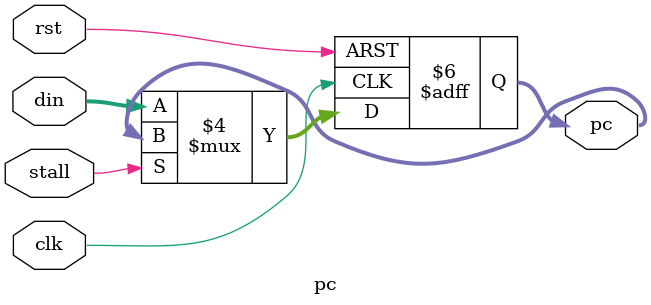
<source format=v>
`timescale 1ns / 1ps

module pc(
    input wire clk,
    input wire rst,
    input wire stall,
    input wire [31:0] din,
    output reg [31:0] pc
);

    always @ (posedge clk or posedge rst) begin
        if (rst)
            pc <= 32'b0;
        else if (~stall)
            pc <= din;
        else
            pc <= pc;
    end

endmodule

</source>
